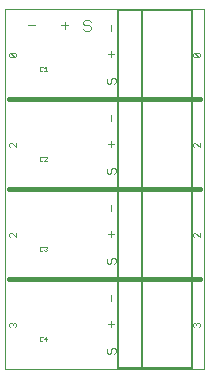
<source format=gto>
G75*
%MOIN*%
%OFA0B0*%
%FSLAX24Y24*%
%IPPOS*%
%LPD*%
%AMOC8*
5,1,8,0,0,1.08239X$1,22.5*
%
%ADD10C,0.0000*%
%ADD11C,0.0030*%
%ADD12C,0.0160*%
%ADD13C,0.0020*%
%ADD14C,0.0050*%
%ADD15C,0.0010*%
D10*
X000100Y000125D02*
X000100Y012121D01*
X006720Y012121D01*
X006720Y000125D01*
X000100Y000125D01*
D11*
X003495Y000688D02*
X003543Y000640D01*
X003592Y000640D01*
X003640Y000688D01*
X003640Y000785D01*
X003688Y000833D01*
X003737Y000833D01*
X003785Y000785D01*
X003785Y000688D01*
X003737Y000640D01*
X003543Y000833D02*
X003495Y000785D01*
X003495Y000688D01*
X003640Y001524D02*
X003640Y001717D01*
X003543Y001621D02*
X003737Y001621D01*
X003640Y002408D02*
X003640Y002601D01*
X003592Y003640D02*
X003543Y003640D01*
X003495Y003688D01*
X003495Y003785D01*
X003543Y003833D01*
X003640Y003785D02*
X003688Y003833D01*
X003737Y003833D01*
X003785Y003785D01*
X003785Y003688D01*
X003737Y003640D01*
X003640Y003688D02*
X003592Y003640D01*
X003640Y003688D02*
X003640Y003785D01*
X003640Y004524D02*
X003640Y004717D01*
X003543Y004621D02*
X003737Y004621D01*
X003640Y005408D02*
X003640Y005601D01*
X003592Y006640D02*
X003543Y006640D01*
X003495Y006688D01*
X003495Y006785D01*
X003543Y006833D01*
X003640Y006785D02*
X003640Y006688D01*
X003592Y006640D01*
X003640Y006785D02*
X003688Y006833D01*
X003737Y006833D01*
X003785Y006785D01*
X003785Y006688D01*
X003737Y006640D01*
X003640Y007524D02*
X003640Y007717D01*
X003543Y007621D02*
X003737Y007621D01*
X003640Y008408D02*
X003640Y008601D01*
X003592Y009640D02*
X003543Y009640D01*
X003495Y009688D01*
X003495Y009785D01*
X003543Y009833D01*
X003640Y009785D02*
X003640Y009688D01*
X003592Y009640D01*
X003737Y009640D02*
X003785Y009688D01*
X003785Y009785D01*
X003737Y009833D01*
X003688Y009833D01*
X003640Y009785D01*
X003640Y010524D02*
X003640Y010717D01*
X003543Y010621D02*
X003737Y010621D01*
X003640Y011408D02*
X003640Y011601D01*
X002953Y011513D02*
X002953Y011452D01*
X002892Y011390D01*
X002768Y011390D01*
X002707Y011452D01*
X002768Y011575D02*
X002892Y011575D01*
X002953Y011513D01*
X002953Y011699D02*
X002892Y011760D01*
X002768Y011760D01*
X002707Y011699D01*
X002707Y011637D01*
X002768Y011575D01*
X002217Y011575D02*
X001970Y011575D01*
X002093Y011452D02*
X002093Y011699D01*
X001112Y011575D02*
X000865Y011575D01*
D12*
X000225Y009125D02*
X006600Y009125D01*
X006600Y006125D02*
X000225Y006125D01*
X000225Y003125D02*
X006600Y003125D01*
D13*
X006590Y004510D02*
X006443Y004657D01*
X006407Y004657D01*
X006370Y004620D01*
X006370Y004547D01*
X006407Y004510D01*
X006590Y004510D02*
X006590Y004657D01*
X006590Y007510D02*
X006443Y007657D01*
X006407Y007657D01*
X006370Y007620D01*
X006370Y007547D01*
X006407Y007510D01*
X006590Y007510D02*
X006590Y007657D01*
X006553Y010510D02*
X006407Y010510D01*
X006370Y010547D01*
X006370Y010620D01*
X006407Y010657D01*
X006553Y010510D01*
X006590Y010547D01*
X006590Y010620D01*
X006553Y010657D01*
X006407Y010657D01*
X006407Y001657D02*
X006443Y001657D01*
X006480Y001620D01*
X006517Y001657D01*
X006553Y001657D01*
X006590Y001620D01*
X006590Y001547D01*
X006553Y001510D01*
X006480Y001583D02*
X006480Y001620D01*
X006407Y001657D02*
X006370Y001620D01*
X006370Y001547D01*
X006407Y001510D01*
X000465Y001547D02*
X000428Y001510D01*
X000465Y001547D02*
X000465Y001620D01*
X000428Y001657D01*
X000392Y001657D01*
X000355Y001620D01*
X000355Y001583D01*
X000355Y001620D02*
X000318Y001657D01*
X000282Y001657D01*
X000245Y001620D01*
X000245Y001547D01*
X000282Y001510D01*
X000282Y004510D02*
X000245Y004547D01*
X000245Y004620D01*
X000282Y004657D01*
X000318Y004657D01*
X000465Y004510D01*
X000465Y004657D01*
X000465Y007510D02*
X000318Y007657D01*
X000282Y007657D01*
X000245Y007620D01*
X000245Y007547D01*
X000282Y007510D01*
X000465Y007510D02*
X000465Y007657D01*
X000428Y010510D02*
X000282Y010510D01*
X000245Y010547D01*
X000245Y010620D01*
X000282Y010657D01*
X000428Y010510D01*
X000465Y010547D01*
X000465Y010620D01*
X000428Y010657D01*
X000282Y010657D01*
D14*
X003880Y012095D02*
X003880Y009155D01*
X004680Y009155D01*
X004680Y012095D01*
X003880Y012095D01*
X004680Y012095D02*
X006330Y012095D01*
X006330Y009155D01*
X004680Y009155D01*
X004680Y009095D02*
X003880Y009095D01*
X003880Y006155D01*
X004680Y006155D01*
X004680Y009095D01*
X006330Y009095D01*
X006330Y006155D01*
X004680Y006155D01*
X004680Y006095D02*
X003880Y006095D01*
X003880Y003155D01*
X004680Y003155D01*
X004680Y006095D01*
X006330Y006095D01*
X006330Y003155D01*
X004680Y003155D01*
X004680Y003095D02*
X003880Y003095D01*
X003880Y000155D01*
X004680Y000155D01*
X004680Y003095D01*
X006330Y003095D01*
X006330Y000155D01*
X004680Y000155D01*
D15*
X001502Y001130D02*
X001402Y001130D01*
X001477Y001205D01*
X001477Y001055D01*
X001355Y001080D02*
X001330Y001055D01*
X001280Y001055D01*
X001255Y001080D01*
X001255Y001180D01*
X001280Y001205D01*
X001330Y001205D01*
X001355Y001180D01*
X001280Y004055D02*
X001330Y004055D01*
X001355Y004080D01*
X001402Y004080D02*
X001427Y004055D01*
X001477Y004055D01*
X001502Y004080D01*
X001502Y004105D01*
X001477Y004130D01*
X001452Y004130D01*
X001477Y004130D02*
X001502Y004155D01*
X001502Y004180D01*
X001477Y004205D01*
X001427Y004205D01*
X001402Y004180D01*
X001355Y004180D02*
X001330Y004205D01*
X001280Y004205D01*
X001255Y004180D01*
X001255Y004080D01*
X001280Y004055D01*
X001280Y007055D02*
X001330Y007055D01*
X001355Y007080D01*
X001402Y007055D02*
X001502Y007155D01*
X001502Y007180D01*
X001477Y007205D01*
X001427Y007205D01*
X001402Y007180D01*
X001355Y007180D02*
X001330Y007205D01*
X001280Y007205D01*
X001255Y007180D01*
X001255Y007080D01*
X001280Y007055D01*
X001402Y007055D02*
X001502Y007055D01*
X001502Y010055D02*
X001402Y010055D01*
X001452Y010055D02*
X001452Y010205D01*
X001402Y010155D01*
X001355Y010180D02*
X001330Y010205D01*
X001280Y010205D01*
X001255Y010180D01*
X001255Y010080D01*
X001280Y010055D01*
X001330Y010055D01*
X001355Y010080D01*
M02*

</source>
